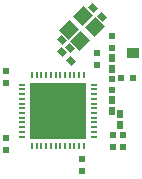
<source format=gtp>
%FSLAX24Y24*%
%MOIN*%
G70*
G01*
G75*
G04 Layer_Color=8421504*
%ADD10R,0.0197X0.0256*%
%ADD11R,0.0197X0.0236*%
%ADD12R,0.0236X0.0197*%
%ADD13R,0.0400X0.0370*%
G04:AMPARAMS|DCode=14|XSize=47.2mil|YSize=43.3mil|CornerRadius=0mil|HoleSize=0mil|Usage=FLASHONLY|Rotation=225.000|XOffset=0mil|YOffset=0mil|HoleType=Round|Shape=Rectangle|*
%AMROTATEDRECTD14*
4,1,4,0.0014,0.0320,0.0320,0.0014,-0.0014,-0.0320,-0.0320,-0.0014,0.0014,0.0320,0.0*
%
%ADD14ROTATEDRECTD14*%

%ADD15O,0.0256X0.0079*%
%ADD16O,0.0079X0.0256*%
%ADD17R,0.1850X0.1850*%
%ADD18R,0.0217X0.0236*%
G04:AMPARAMS|DCode=19|XSize=19.7mil|YSize=23.6mil|CornerRadius=0mil|HoleSize=0mil|Usage=FLASHONLY|Rotation=225.000|XOffset=0mil|YOffset=0mil|HoleType=Round|Shape=Rectangle|*
%AMROTATEDRECTD19*
4,1,4,-0.0014,0.0153,0.0153,-0.0014,0.0014,-0.0153,-0.0153,0.0014,-0.0014,0.0153,0.0*
%
%ADD19ROTATEDRECTD19*%

%ADD20C,0.0370*%
%ADD21C,0.0080*%
%ADD22C,0.0090*%
%ADD23C,0.0060*%
%ADD24C,0.0240*%
%ADD25C,0.0260*%
%ADD26C,0.0098*%
%ADD27C,0.0079*%
%ADD28C,0.0050*%
D10*
X1790Y1767D02*
D03*
Y1393D02*
D03*
X2070Y-103D02*
D03*
Y-477D02*
D03*
X1790Y347D02*
D03*
Y-27D02*
D03*
D11*
Y2487D02*
D03*
Y2093D02*
D03*
Y1067D02*
D03*
Y673D02*
D03*
X2170Y-1197D02*
D03*
Y-803D02*
D03*
X1840D02*
D03*
Y-1197D02*
D03*
X-1720Y-923D02*
D03*
Y-1317D02*
D03*
X1290Y1523D02*
D03*
Y1917D02*
D03*
X-1720Y921D02*
D03*
Y1315D02*
D03*
D12*
X2497Y1090D02*
D03*
X2103D02*
D03*
D13*
X2510Y1924D02*
D03*
D14*
X1221Y2782D02*
D03*
X832Y3171D02*
D03*
X748Y2308D02*
D03*
X358Y2698D02*
D03*
D15*
X-1191Y866D02*
D03*
Y709D02*
D03*
Y551D02*
D03*
Y394D02*
D03*
Y236D02*
D03*
Y79D02*
D03*
Y-79D02*
D03*
Y-236D02*
D03*
Y-394D02*
D03*
Y-551D02*
D03*
Y-709D02*
D03*
Y-866D02*
D03*
X1191D02*
D03*
Y-709D02*
D03*
Y-551D02*
D03*
Y-394D02*
D03*
Y-236D02*
D03*
Y-79D02*
D03*
Y79D02*
D03*
Y236D02*
D03*
Y394D02*
D03*
Y551D02*
D03*
Y709D02*
D03*
Y866D02*
D03*
D16*
X-866Y-1191D02*
D03*
X-709D02*
D03*
X-551D02*
D03*
X-394D02*
D03*
X-236D02*
D03*
X-79D02*
D03*
X79D02*
D03*
X236D02*
D03*
X394D02*
D03*
X551D02*
D03*
X709D02*
D03*
X866D02*
D03*
Y1191D02*
D03*
X709D02*
D03*
X551D02*
D03*
X394D02*
D03*
X236D02*
D03*
X79D02*
D03*
X-79D02*
D03*
X-236D02*
D03*
X-394D02*
D03*
X-551D02*
D03*
X-709D02*
D03*
X-866D02*
D03*
D17*
X0Y0D02*
D03*
D18*
X810Y-1623D02*
D03*
Y-2017D02*
D03*
D19*
X429Y1661D02*
D03*
X151Y1939D02*
D03*
X409Y2081D02*
D03*
X131Y2359D02*
D03*
X1181Y3409D02*
D03*
X1459Y3131D02*
D03*
M02*

</source>
